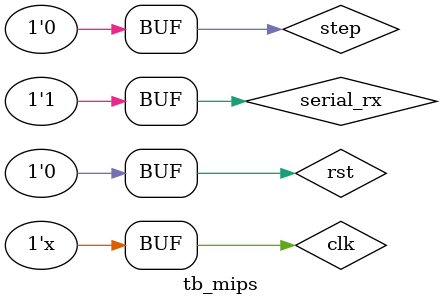
<source format=v>
`timescale 1ns / 1ps



module tb_mips ();

	reg clk        ;
	reg rst        ;
	reg step       ;
	reg serial_rx  ;

	initial begin
		rst= 1'b1;
		clk= 1'b1;
		step=1'b0;
		serial_rx=1'b1;


		#160
			rst = 1'b0;
	end

	always #10 clk = ~clk;


	top i_top (
		.i_clk(clk),
		.i_rst(rst),
		.i_step(step),
		.i_serial_rx(serial_rx)
	);

endmodule
</source>
